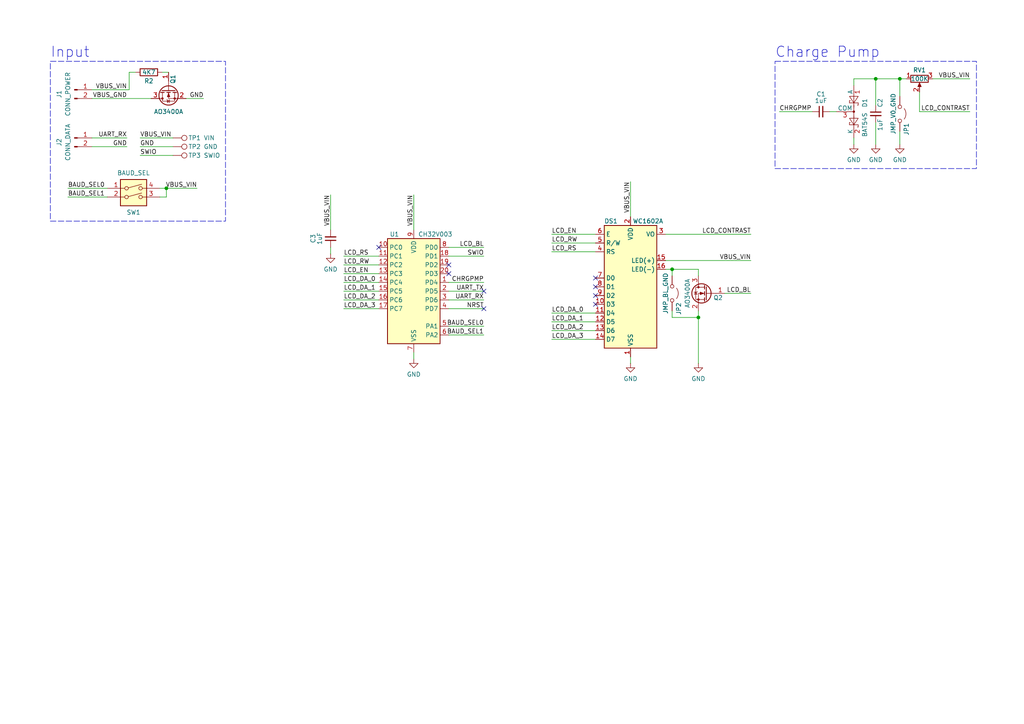
<source format=kicad_sch>
(kicad_sch (version 20231120) (generator "eeschema") (generator_version "8.0")
  (paper "A4")
  (title_block (title "003-UART-1602") (date "2024-12-16") (rev "MkI") (company "ADBeta") (comment 1 "UART Enabled, Low Voltage LCD Controller using CH32V003"))
  (lib_symbols
    (symbol "Connector:Conn_01x02_Pin" (pin_names (offset 1.016) hide)
      (property "Reference" "J" (at 0 2.54 0))
      (property "Value" "Conn_01x02_Pin" (at 0 -5.08 0))
      (symbol "Conn_01x02_Pin_1_1"
        (polyline (pts (xy 1.27 -2.54) (xy 0.8636 -2.54)) (stroke (width 0.1524)))
        (polyline (pts (xy 1.27 0) (xy 0.8636 0)) (stroke (width 0.1524)))
        (rectangle (start 0.8636 -2.413) (end 0 -2.667) (stroke (width 0.1524)) (fill (type outline)))
        (rectangle (start 0.8636 0.127) (end 0 -0.127) (stroke (width 0.1524)) (fill (type outline)))
        (pin passive line (at 5.08 0 180) (length 3.81) (name "Pin_1") (number "1"))
        (pin passive line (at 5.08 -2.54 180) (length 3.81) (name "Pin_2") (number "2"))
      )
    )
    (symbol "Connector:TestPoint" (pin_numbers hide) (pin_names (offset 0.762) hide)
      (property "Reference" "TP" (at 0 6.858 0))
      (property "Value" "TestPoint" (at 0 5.08 0))
      (symbol "TestPoint_0_1"
        (circle (center 0 3.302) (radius 0.762))
      )
      (symbol "TestPoint_1_1"
        (pin passive line (at 0 0 90) (length 2.54) (name "1") (number "1"))
      )
    )
    (symbol "Device:C_Small" (pin_numbers hide) (pin_names (offset 0.254) hide)
      (property "Reference" "C" (at 0.254 1.778 0))
      (property "Value" "C_Small" (at 0.254 -2.032 0))
      (symbol "C_Small_0_1"
        (polyline (pts (xy -1.524 -0.508) (xy 1.524 -0.508)) (stroke (width 0.3302)))
        (polyline (pts (xy -1.524 0.508) (xy 1.524 0.508)) (stroke (width 0.3048)))
      )
      (symbol "C_Small_1_1"
        (pin passive line (at 0 2.54 270) (length 2.032) (name "~") (number "1"))
        (pin passive line (at 0 -2.54 90) (length 2.032) (name "~") (number "2"))
      )
    )
    (symbol "Device:R" (pin_numbers hide) (pin_names (offset 0))
      (property "Reference" "R" (at 2.032 0 90))
      (property "Value" "R" (at 0 0 90))
      (symbol "R_0_1"
        (rectangle (start -1.016 -2.54) (end 1.016 2.54) (stroke (width 0.254)))
      )
      (symbol "R_1_1"
        (pin passive line (at 0 3.81 270) (length 1.27) (name "~") (number "1"))
        (pin passive line (at 0 -3.81 90) (length 1.27) (name "~") (number "2"))
      )
    )
    (symbol "Device:R_Potentiometer" (pin_names (offset 1.016) hide)
      (property "Reference" "RV" (at -4.445 0 90))
      (property "Value" "R_Potentiometer" (at -2.54 0 90))
      (symbol "R_Potentiometer_0_1"
        (polyline (pts (xy 2.54 0) (xy 1.524 0)))
        (polyline (pts (xy 1.143 0) (xy 2.286 0.508) (xy 2.286 -0.508) (xy 1.143 0)) (fill (type outline)))
        (rectangle (start 1.016 2.54) (end -1.016 -2.54) (stroke (width 0.254)))
      )
      (symbol "R_Potentiometer_1_1"
        (pin passive line (at 0 3.81 270) (length 1.27) (name "1") (number "1"))
        (pin passive line (at 3.81 0 180) (length 1.27) (name "2") (number "2"))
        (pin passive line (at 0 -3.81 90) (length 1.27) (name "3") (number "3"))
      )
    )
    (symbol "Diode:BAT54S" (pin_names (offset 0))
      (property "Reference" "D" (at 2.54 -5.08 0))
      (property "Value" "BAT54S" (at -6.35 3.175 0))
      (symbol "BAT54S_0_1"
        (polyline (pts (xy -3.81 0) (xy -1.27 0)))
        (polyline (pts (xy -3.175 -1.27) (xy -3.175 -1.016)))
        (polyline (pts (xy -2.54 -1.27) (xy -3.175 -1.27)))
        (polyline (pts (xy -2.54 -1.27) (xy -2.54 1.27)))
        (polyline (pts (xy -2.54 1.27) (xy -1.905 1.27)))
        (polyline (pts (xy -1.905 0) (xy 1.905 0)))
        (polyline (pts (xy -1.905 1.27) (xy -1.905 1.016)))
        (polyline (pts (xy 1.27 0) (xy 3.81 0)))
        (polyline (pts (xy 3.175 -1.27) (xy 3.175 -1.016)))
        (polyline (pts (xy 3.81 -1.27) (xy 3.175 -1.27)))
        (polyline (pts (xy 3.81 -1.27) (xy 3.81 1.27)))
        (polyline (pts (xy 3.81 1.27) (xy 4.445 1.27)))
        (polyline (pts (xy 4.445 1.27) (xy 4.445 1.016)))
        (polyline (pts (xy -4.445 1.27) (xy -4.445 -1.27) (xy -2.54 0) (xy -4.445 1.27)))
        (polyline (pts (xy 1.905 1.27) (xy 1.905 -1.27) (xy 3.81 0) (xy 1.905 1.27)))
        (circle (center 0 0) (radius 0.254) (fill (type outline)))
      )
      (symbol "BAT54S_1_1"
        (pin passive line (at -7.62 0 0) (length 3.81) (name "A") (number "1"))
        (pin passive line (at 7.62 0 180) (length 3.81) (name "K") (number "2"))
        (pin passive line (at 0 -5.08 90) (length 5.08) (name "COM") (number "3"))
      )
    )
    (symbol "Display_Character:WC1602A"
      (property "Reference" "DS" (at -5.842 19.05 0))
      (property "Value" "WC1602A" (at 5.334 19.05 0))
      (symbol "WC1602A_1_1"
        (rectangle (start -7.62 17.78) (end 7.62 -17.78) (stroke (width 0.254)) (fill (type background)))
        (pin power_in line (at 0 -20.32 90) (length 2.54) (name "VSS") (number "1"))
        (pin input line (at -10.16 -5.08 0) (length 2.54) (name "D3") (number "10"))
        (pin input line (at -10.16 -7.62 0) (length 2.54) (name "D4") (number "11"))
        (pin input line (at -10.16 -10.16 0) (length 2.54) (name "D5") (number "12"))
        (pin input line (at -10.16 -12.7 0) (length 2.54) (name "D6") (number "13"))
        (pin input line (at -10.16 -15.24 0) (length 2.54) (name "D7") (number "14"))
        (pin power_in line (at 10.16 7.62 180) (length 2.54) (name "LED(+)") (number "15"))
        (pin power_in line (at 10.16 5.08 180) (length 2.54) (name "LED(-)") (number "16"))
        (pin power_in line (at 0 20.32 270) (length 2.54) (name "VDD") (number "2"))
        (pin input line (at 10.16 15.24 180) (length 2.54) (name "VO") (number "3"))
        (pin input line (at -10.16 10.16 0) (length 2.54) (name "RS") (number "4"))
        (pin input line (at -10.16 12.7 0) (length 2.54) (name "R/W") (number "5"))
        (pin input line (at -10.16 15.24 0) (length 2.54) (name "E") (number "6"))
        (pin input line (at -10.16 2.54 0) (length 2.54) (name "D0") (number "7"))
        (pin input line (at -10.16 0 0) (length 2.54) (name "D1") (number "8"))
        (pin input line (at -10.16 -2.54 0) (length 2.54) (name "D2") (number "9"))
      )
    )
    (symbol "Jumper:Jumper_2_Open" (pin_numbers hide) (pin_names (offset 0) hide) (exclude_from_sim yes)
      (property "Reference" "JP" (at 0 2.794 0))
      (property "Value" "Jumper_2_Open" (at 0 -2.286 0))
      (symbol "Jumper_2_Open_0_0"
        (circle (center -2.032 0) (radius 0.508))
        (circle (center 2.032 0) (radius 0.508))
      )
      (symbol "Jumper_2_Open_0_1"
        (arc (start 1.524 1.27) (mid 0 1.778) (end -1.524 1.27))
      )
      (symbol "Jumper_2_Open_1_1"
        (pin passive line (at -5.08 0 0) (length 2.54) (name "A") (number "1"))
        (pin passive line (at 5.08 0 180) (length 2.54) (name "B") (number "2"))
      )
    )
    (symbol "MCU_WCH_CH32V0:CH32V003FxPx"
      (property "Reference" "U" (at -7.62 17.78 0))
      (property "Value" "CH32V003FxPx" (at 7.62 17.78 0))
      (symbol "CH32V003FxPx_1_1"
        (rectangle (start -7.62 15.24) (end 7.62 -15.24) (stroke (width 0.254)) (fill (type background)))
        (pin bidirectional line (at 10.16 2.54 180) (length 2.54) (name "PD4") (number "1"))
        (pin bidirectional line (at -10.16 12.7 0) (length 2.54) (name "PC0") (number "10"))
        (pin bidirectional line (at -10.16 10.16 0) (length 2.54) (name "PC1") (number "11"))
        (pin bidirectional line (at -10.16 7.62 0) (length 2.54) (name "PC2") (number "12"))
        (pin bidirectional line (at -10.16 5.08 0) (length 2.54) (name "PC3") (number "13"))
        (pin bidirectional line (at -10.16 2.54 0) (length 2.54) (name "PC4") (number "14"))
        (pin bidirectional line (at -10.16 0 0) (length 2.54) (name "PC5") (number "15"))
        (pin bidirectional line (at -10.16 -2.54 0) (length 2.54) (name "PC6") (number "16"))
        (pin bidirectional line (at -10.16 -5.08 0) (length 2.54) (name "PC7") (number "17"))
        (pin bidirectional line (at 10.16 10.16 180) (length 2.54) (name "PD1") (number "18"))
        (pin bidirectional line (at 10.16 7.62 180) (length 2.54) (name "PD2") (number "19"))
        (pin bidirectional line (at 10.16 0 180) (length 2.54) (name "PD5") (number "2"))
        (pin bidirectional line (at 10.16 5.08 180) (length 2.54) (name "PD3") (number "20"))
        (pin bidirectional line (at 10.16 -2.54 180) (length 2.54) (name "PD6") (number "3"))
        (pin bidirectional line (at 10.16 -5.08 180) (length 2.54) (name "PD7") (number "4"))
        (pin bidirectional line (at 10.16 -10.16 180) (length 2.54) (name "PA1") (number "5"))
        (pin bidirectional line (at 10.16 -12.7 180) (length 2.54) (name "PA2") (number "6"))
        (pin power_in line (at 0 -17.78 90) (length 2.54) (name "VSS") (number "7"))
        (pin bidirectional line (at 10.16 12.7 180) (length 2.54) (name "PD0") (number "8"))
        (pin power_in line (at 0 17.78 270) (length 2.54) (name "VDD") (number "9"))
      )
    )
    (symbol "Switch:SW_DIP_x02" (pin_names (offset 0) hide)
      (property "Reference" "SW" (at 0 6.35 0))
      (property "Value" "SW_DIP_x02" (at 0 -3.81 0))
      (symbol "SW_DIP_x02_0_0"
        (circle (center -2.032 0) (radius 0.508))
        (circle (center -2.032 2.54) (radius 0.508))
        (polyline (pts (xy -1.524 0.127) (xy 2.3622 1.1684)))
        (polyline (pts (xy -1.524 2.667) (xy 2.3622 3.7084)))
        (circle (center 2.032 0) (radius 0.508))
        (circle (center 2.032 2.54) (radius 0.508))
      )
      (symbol "SW_DIP_x02_0_1"
        (rectangle (start -3.81 5.08) (end 3.81 -2.54) (stroke (width 0.254)) (fill (type background)))
      )
      (symbol "SW_DIP_x02_1_1"
        (pin passive line (at -7.62 2.54 0) (length 5.08) (name "~") (number "1"))
        (pin passive line (at -7.62 0 0) (length 5.08) (name "~") (number "2"))
        (pin passive line (at 7.62 0 180) (length 5.08) (name "~") (number "3"))
        (pin passive line (at 7.62 2.54 180) (length 5.08) (name "~") (number "4"))
      )
    )
    (symbol "Transistor_FET:AO3400A" (pin_names hide)
      (property "Reference" "Q" (at 5.08 1.905 0))
      (property "Value" "AO3400A" (at 5.08 0 0))
      (symbol "AO3400A_0_1"
        (polyline (pts (xy 0.254 0) (xy -2.54 0)))
        (polyline (pts (xy 0.254 1.905) (xy 0.254 -1.905)) (stroke (width 0.254)))
        (polyline (pts (xy 0.762 -1.27) (xy 0.762 -2.286)) (stroke (width 0.254)))
        (polyline (pts (xy 0.762 0.508) (xy 0.762 -0.508)) (stroke (width 0.254)))
        (polyline (pts (xy 0.762 2.286) (xy 0.762 1.27)) (stroke (width 0.254)))
        (polyline (pts (xy 2.54 2.54) (xy 2.54 1.778)))
        (polyline (pts (xy 2.54 -2.54) (xy 2.54 0) (xy 0.762 0)))
        (polyline (pts (xy 0.762 -1.778) (xy 3.302 -1.778) (xy 3.302 1.778) (xy 0.762 1.778)))
        (polyline (pts (xy 1.016 0) (xy 2.032 0.381) (xy 2.032 -0.381) (xy 1.016 0)) (fill (type outline)))
        (polyline (pts (xy 2.794 0.508) (xy 2.921 0.381) (xy 3.683 0.381) (xy 3.81 0.254)))
        (polyline (pts (xy 3.302 0.381) (xy 2.921 -0.254) (xy 3.683 -0.254) (xy 3.302 0.381)))
        (circle (center 1.651 0) (radius 2.794) (stroke (width 0.254)))
        (circle (center 2.54 -1.778) (radius 0.254) (fill (type outline)))
        (circle (center 2.54 1.778) (radius 0.254) (fill (type outline)))
      )
      (symbol "AO3400A_1_1"
        (pin input line (at -5.08 0 0) (length 2.54) (name "G") (number "1"))
        (pin passive line (at 2.54 -5.08 90) (length 2.54) (name "S") (number "2"))
        (pin passive line (at 2.54 5.08 270) (length 2.54) (name "D") (number "3"))
      )
    )
    (symbol "power:GND" (power) (pin_numbers hide) (pin_names (offset 0) hide)
      (property "Value" "GND" (at 0 -3.81 0))
      (symbol "GND_0_1"
        (polyline (pts (xy 0 0) (xy 0 -1.27) (xy 1.27 -1.27) (xy 0 -2.54) (xy -1.27 -1.27) (xy 0 -1.27)))
      )
      (symbol "GND_1_1"
        (pin power_in line (at 0 0 270) (length 0) (name "~") (number "1"))
      )
    )
  )
  (junction (at 254 22.86))
  (junction (at 260.985 22.86))
  (junction (at 194.945 78.105))
  (junction (at 48.26 54.61))
  (junction (at 202.565 92.075))
  (no_connect (at 140.335 89.535))
  (no_connect (at 130.175 76.835))
  (no_connect (at 140.335 84.455))
  (no_connect (at 172.72 88.265))
  (no_connect (at 172.72 80.645))
  (no_connect (at 172.72 85.725))
  (no_connect (at 109.855 71.755))
  (no_connect (at 172.72 83.185))
  (no_connect (at 130.175 79.375))
  (wire (pts (xy 254 22.86) (xy 254 30.48)))
  (wire (pts (xy 37.465 20.955) (xy 39.37 20.955)))
  (wire (pts (xy 194.945 78.105) (xy 194.945 80.01)))
  (wire (pts (xy 120.015 102.235) (xy 120.015 104.14)))
  (wire (pts (xy 266.7 32.385) (xy 281.305 32.385)))
  (wire (pts (xy 48.26 54.61) (xy 57.15 54.61)))
  (wire (pts (xy 53.975 28.575) (xy 59.055 28.575)))
  (wire (pts (xy 46.355 57.15) (xy 48.26 57.15)))
  (wire (pts (xy 130.175 81.915) (xy 140.335 81.915)))
  (wire (pts (xy 130.175 71.755) (xy 140.335 71.755)))
  (wire (pts (xy 99.695 76.835) (xy 109.855 76.835)))
  (wire (pts (xy 26.67 42.545) (xy 36.83 42.545)))
  (wire (pts (xy 99.695 86.995) (xy 109.855 86.995)))
  (wire (pts (xy 194.945 92.075) (xy 202.565 92.075)))
  (wire (pts (xy 130.175 89.535) (xy 140.335 89.535)))
  (wire (pts (xy 226.06 32.385) (xy 235.585 32.385)))
  (wire (pts (xy 260.985 22.86) (xy 260.985 27.94)))
  (wire (pts (xy 48.26 54.61) (xy 48.26 57.15)))
  (wire (pts (xy 160.02 95.885) (xy 172.72 95.885)))
  (wire (pts (xy 266.7 26.67) (xy 266.7 32.385)))
  (wire (pts (xy 210.185 85.09) (xy 217.805 85.09)))
  (wire (pts (xy 160.02 90.805) (xy 172.72 90.805)))
  (wire (pts (xy 194.945 78.105) (xy 193.04 78.105)))
  (wire (pts (xy 40.64 40.005) (xy 50.165 40.005)))
  (wire (pts (xy 130.175 97.155) (xy 140.335 97.155)))
  (wire (pts (xy 99.695 89.535) (xy 109.855 89.535)))
  (wire (pts (xy 202.565 92.075) (xy 202.565 105.41)))
  (wire (pts (xy 99.695 79.375) (xy 109.855 79.375)))
  (wire (pts (xy 46.355 54.61) (xy 48.26 54.61)))
  (wire (pts (xy 19.685 57.15) (xy 31.115 57.15)))
  (wire (pts (xy 46.99 20.955) (xy 48.895 20.955)))
  (wire (pts (xy 247.65 40.005) (xy 247.65 41.91)))
  (wire (pts (xy 99.695 81.915) (xy 109.855 81.915)))
  (wire (pts (xy 160.02 93.345) (xy 172.72 93.345)))
  (wire (pts (xy 160.02 73.025) (xy 172.72 73.025)))
  (wire (pts (xy 120.015 56.515) (xy 120.015 66.675)))
  (wire (pts (xy 202.565 90.17) (xy 202.565 92.075)))
  (wire (pts (xy 202.565 78.105) (xy 202.565 80.01)))
  (wire (pts (xy 130.175 84.455) (xy 140.335 84.455)))
  (wire (pts (xy 260.985 22.86) (xy 262.89 22.86)))
  (wire (pts (xy 281.305 22.86) (xy 270.51 22.86)))
  (wire (pts (xy 182.88 52.705) (xy 182.88 62.865)))
  (wire (pts (xy 182.88 103.505) (xy 182.88 105.41)))
  (wire (pts (xy 194.945 90.17) (xy 194.945 92.075)))
  (wire (pts (xy 194.945 78.105) (xy 202.565 78.105)))
  (wire (pts (xy 193.04 67.945) (xy 217.805 67.945)))
  (wire (pts (xy 26.67 40.005) (xy 36.83 40.005)))
  (wire (pts (xy 99.695 84.455) (xy 109.855 84.455)))
  (wire (pts (xy 37.465 20.955) (xy 37.465 26.035)))
  (wire (pts (xy 40.64 45.085) (xy 50.165 45.085)))
  (wire (pts (xy 19.685 54.61) (xy 31.115 54.61)))
  (wire (pts (xy 160.02 70.485) (xy 172.72 70.485)))
  (wire (pts (xy 193.04 75.565) (xy 217.805 75.565)))
  (wire (pts (xy 26.67 26.035) (xy 37.465 26.035)))
  (wire (pts (xy 99.695 74.295) (xy 109.855 74.295)))
  (wire (pts (xy 95.885 56.515) (xy 95.885 66.675)))
  (wire (pts (xy 95.885 71.755) (xy 95.885 73.66)))
  (wire (pts (xy 254 22.86) (xy 260.985 22.86)))
  (wire (pts (xy 130.175 74.295) (xy 140.335 74.295)))
  (wire (pts (xy 40.64 42.545) (xy 50.165 42.545)))
  (wire (pts (xy 247.65 22.86) (xy 254 22.86)))
  (wire (pts (xy 240.665 32.385) (xy 242.57 32.385)))
  (wire (pts (xy 160.02 98.425) (xy 172.72 98.425)))
  (wire (pts (xy 160.02 67.945) (xy 172.72 67.945)))
  (wire (pts (xy 130.175 86.995) (xy 140.335 86.995)))
  (wire (pts (xy 26.67 28.575) (xy 43.815 28.575)))
  (wire (pts (xy 260.985 38.1) (xy 260.985 41.91)))
  (wire (pts (xy 254 35.56) (xy 254 41.91)))
  (wire (pts (xy 130.175 94.615) (xy 140.335 94.615)))
  (wire (pts (xy 247.65 22.86) (xy 247.65 24.765)))
  (rectangle (start 14.605 17.78) (end 65.405 64.135) (stroke (width 0) (type dash)))
  (rectangle (start 224.79 17.78) (end 283.21 48.895) (stroke (width 0) (type dash)))
  (text "Charge Pump" (at 224.79 15.24 0) (effects (font (size 3 3)) (justify left)))
  (text "Input" (at 14.605 15.24 0) (effects (font (size 3 3)) (justify left)))
  (label "LCD_DA_3" (at 99.695 89.535 0))
  (label "VBUS_VIN" (at 182.88 52.705 270))
  (label "SWIO" (at 40.64 45.085 0))
  (label "LCD_EN" (at 99.695 79.375 0))
  (label "VBUS_VIN" (at 57.15 54.61 180))
  (label "VBUS_VIN" (at 281.305 22.86 180))
  (label "VBUS_GND" (at 36.83 28.575 180))
  (label "VBUS_VIN" (at 217.805 75.565 180))
  (label "LCD_RS" (at 99.695 74.295 0))
  (label "BAUD_SEL1" (at 140.335 97.155 180))
  (label "LCD_DA_1" (at 99.695 84.455 0))
  (label "BAUD_SEL0" (at 19.685 54.61 0))
  (label "LCD_EN" (at 160.02 67.945 0))
  (label "NRST" (at 140.335 89.535 180))
  (label "LCD_DA_0" (at 99.695 81.915 0))
  (label "UART_RX" (at 140.335 86.995 180))
  (label "VBUS_VIN" (at 120.015 56.515 270))
  (label "VBUS_VIN" (at 40.64 40.005 0))
  (label "LCD_CONTRAST" (at 281.305 32.385 180))
  (label "UART_TX" (at 140.335 84.455 180))
  (label "LCD_BL" (at 217.805 85.09 180))
  (label "LCD_DA_0" (at 160.02 90.805 0))
  (label "GND" (at 36.83 42.545 180))
  (label "LCD_DA_3" (at 160.02 98.425 0))
  (label "LCD_DA_2" (at 99.695 86.995 0))
  (label "LCD_RS" (at 160.02 73.025 0))
  (label "VBUS_VIN" (at 95.885 56.515 270))
  (label "GND" (at 59.055 28.575 180))
  (label "LCD_CONTRAST" (at 217.805 67.945 180))
  (label "LCD_BL" (at 140.335 71.755 180))
  (label "LCD_DA_2" (at 160.02 95.885 0))
  (label "SWIO" (at 140.335 74.295 180))
  (label "UART_RX" (at 36.83 40.005 180))
  (label "BAUD_SEL1" (at 19.685 57.15 0))
  (label "VBUS_VIN" (at 36.83 26.035 180))
  (label "GND" (at 40.64 42.545 0))
  (label "BAUD_SEL0" (at 140.335 94.615 180))
  (label "LCD_DA_1" (at 160.02 93.345 0))
  (label "CHRGPMP" (at 226.06 32.385 0))
  (label "LCD_RW" (at 99.695 76.835 0))
  (label "LCD_RW" (at 160.02 70.485 0))
  (label "CHRGPMP" (at 140.335 81.915 180))
  (symbol (lib_id "MCU_WCH_CH32V0:CH32V003FxPx") (at 120.015 84.455 0) (unit 1)
    (property "Reference" "U1" (at 113.03 67.945 0) (effects (justify left)))
    (property "Value" "CH32V003" (at 121.285 67.945 0) (effects (justify left)))
    (property "Footprint" "Package_SO:TSSOP-20_4.4x6.5mm_P0.65mm" (effects (hide yes)))
    (property "Datasheet" "https://www.wch-ic.com/products/CH32V003.html" (effects (hide yes)))
    (property "Description" "CH32V003 series are industrial-grade general-purpose microcontrollers designed based on 32-bit RISC-V instruction set and architecture. It adopts QingKe V2A core, RV32EC instruction set, and supports 2 levels of interrupt nesting. The series are mounted with rich peripheral interfaces and function modules. Its internal organizational structure meets the low-cost and low-power embedded application scenarios." (effects (hide yes)))
  )
  (symbol (lib_id "Connector:TestPoint") (at 50.165 45.085 270) (unit 1)
    (property "Reference" "TP3" (at 54.61 45.085 90) (effects (justify left)))
    (property "Value" "SWIO" (at 59.055 45.085 90) (effects (justify left)))
    (property "Footprint" "TestPoint:TestPoint_Pad_D1.0mm" (effects (hide yes)))
    (property "Description" "test point" (effects (hide yes)))
  )
  (symbol (lib_id "power:GND") (at 254 41.91 0) (unit 1)
    (property "Reference" "#PWR07" (effects (hide yes)))
    (property "Value" "GND" (at 254 46.355 0))
    (property "Description" "Power symbol creates a global label with name \"GND\" , ground" (effects (hide yes)))
  )
  (symbol (lib_id "power:GND") (at 182.88 105.41 0) (unit 1)
    (property "Reference" "#PWR01" (effects (hide yes)))
    (property "Value" "GND" (at 182.88 109.855 0))
    (property "Description" "Power symbol creates a global label with name \"GND\" , ground" (effects (hide yes)))
  )
  (symbol (lib_id "Jumper:Jumper_2_Open") (at 260.985 33.02 270) (mirror x) (unit 1) (exclude_from_sim yes)
    (property "Reference" "JP1" (at 262.89 37.465 0))
    (property "Value" "JMP_V0_GND" (at 259.08 33.02 0))
    (property "Footprint" "Jumper:SolderJumper-2_P1.3mm_Open_RoundedPad1.0x1.5mm" (effects (hide yes)))
    (property "Description" "Jumper, 2-pole, open" (effects (hide yes)))
  )
  (symbol (lib_id "power:GND") (at 247.65 41.91 0) (unit 1)
    (property "Reference" "#PWR06" (effects (hide yes)))
    (property "Value" "GND" (at 247.65 46.355 0))
    (property "Description" "Power symbol creates a global label with name \"GND\" , ground" (effects (hide yes)))
  )
  (symbol (lib_id "Connector:TestPoint") (at 50.165 42.545 270) (unit 1)
    (property "Reference" "TP2" (at 54.61 42.545 90) (effects (justify left)))
    (property "Value" "GND" (at 59.055 42.545 90) (effects (justify left)))
    (property "Footprint" "TestPoint:TestPoint_Pad_D1.0mm" (effects (hide yes)))
    (property "Description" "test point" (effects (hide yes)))
  )
  (symbol (lib_id "Device:C_Small") (at 95.885 69.215 180) (unit 1)
    (property "Reference" "C3" (at 90.805 69.215 90))
    (property "Value" "1uF" (at 92.71 69.215 90))
    (property "Footprint" "Capacitor_SMD:C_0805_2012Metric" (effects (hide yes)))
    (property "Description" "Unpolarized capacitor, small symbol" (effects (hide yes)))
  )
  (symbol (lib_id "Transistor_FET:AO3400A") (at 205.105 85.09 0) (mirror y) (unit 1)
    (property "Reference" "Q2" (at 208.28 86.36 0))
    (property "Value" "AO3400A" (at 199.39 85.09 90))
    (property "Footprint" "Package_TO_SOT_SMD:SOT-23" (effects (hide yes)))
    (property "Datasheet" "http://www.aosmd.com/pdfs/datasheet/AO3400A.pdf" (effects (hide yes)))
    (property "Description" "30V Vds, 5.7A Id, N-Channel MOSFET, SOT-23" (effects (hide yes)))
  )
  (symbol (lib_id "power:GND") (at 260.985 41.91 0) (unit 1)
    (property "Reference" "#PWR05" (effects (hide yes)))
    (property "Value" "GND" (at 260.985 46.355 0))
    (property "Description" "Power symbol creates a global label with name \"GND\" , ground" (effects (hide yes)))
  )
  (symbol (lib_id "Jumper:Jumper_2_Open") (at 194.945 85.09 270) (mirror x) (unit 1) (exclude_from_sim yes)
    (property "Reference" "JP2" (at 196.85 89.535 0))
    (property "Value" "JMP_BL_GND" (at 193.04 85.09 0))
    (property "Footprint" "Jumper:SolderJumper-2_P1.3mm_Open_RoundedPad1.0x1.5mm" (effects (hide yes)))
    (property "Description" "Jumper, 2-pole, open" (effects (hide yes)))
  )
  (symbol (lib_id "Transistor_FET:AO3400A") (at 48.895 26.035 90) (mirror x) (unit 1)
    (property "Reference" "Q1" (at 50.165 21.59 0) (effects (justify left)))
    (property "Value" "AO3400A" (at 48.895 32.385 90))
    (property "Footprint" "Package_TO_SOT_SMD:SOT-23" (effects (hide yes)))
    (property "Datasheet" "http://www.aosmd.com/pdfs/datasheet/AO3400A.pdf" (effects (hide yes)))
    (property "Description" "30V Vds, 5.7A Id, N-Channel MOSFET, SOT-23" (effects (hide yes)))
  )
  (symbol (lib_id "Connector:Conn_01x02_Pin") (at 21.59 40.005 0) (unit 1)
    (property "Reference" "J2" (at 17.145 41.275 90))
    (property "Value" "CONN_DATA" (at 19.685 41.275 90))
    (property "Footprint" "Connector_PinHeader_2.54mm:PinHeader_1x02_P2.54mm_Vertical" (effects (hide yes)))
    (property "Description" "Generic connector, single row, 01x02, script generated" (effects (hide yes)))
  )
  (symbol (lib_id "Connector:Conn_01x02_Pin") (at 21.59 26.035 0) (unit 1)
    (property "Reference" "J1" (at 17.145 27.305 90))
    (property "Value" "CONN_POWER" (at 19.685 27.305 90))
    (property "Footprint" "Connector_PinHeader_2.54mm:PinHeader_1x02_P2.54mm_Vertical" (effects (hide yes)))
    (property "Description" "Generic connector, single row, 01x02, script generated" (effects (hide yes)))
  )
  (symbol (lib_id "Switch:SW_DIP_x02") (at 38.735 57.15 0) (unit 1)
    (property "Reference" "SW1" (at 38.735 61.595 0))
    (property "Value" "BAUD_SEL" (at 38.735 50.165 0))
    (property "Footprint" "Button_Switch_SMD:SW_DIP_SPSTx02_Slide_Copal_CHS-02B_W7.62mm_P1.27mm" (effects (hide yes)))
    (property "Description" "2x DIP Switch, Single Pole Single Throw (SPST) switch, small symbol" (effects (hide yes)))
  )
  (symbol (lib_id "Diode:BAT54S") (at 247.65 32.385 270) (unit 1)
    (property "Reference" "D1" (at 250.825 29.845 0))
    (property "Value" "BAT54S" (at 250.825 36.195 0))
    (property "Footprint" "Package_TO_SOT_SMD:SOT-23" (effects (hide yes)))
    (property "Datasheet" "https://www.diodes.com/assets/Datasheets/ds11005.pdf" (effects (hide yes)))
    (property "Description" "Vr 30V, If 200mA, Dual schottky barrier diode, in series, SOT-323" (effects (hide yes)))
  )
  (symbol (lib_id "Connector:TestPoint") (at 50.165 40.005 270) (unit 1)
    (property "Reference" "TP1" (at 54.61 40.005 90) (effects (justify left)))
    (property "Value" "VIN" (at 59.055 40.005 90) (effects (justify left)))
    (property "Footprint" "TestPoint:TestPoint_Pad_D1.0mm" (effects (hide yes)))
    (property "Description" "test point" (effects (hide yes)))
  )
  (symbol (lib_id "Device:R_Potentiometer") (at 266.7 22.86 90) (mirror x) (unit 1)
    (property "Reference" "RV1" (at 266.7 20.32 90))
    (property "Value" "100K" (at 266.7 22.86 90))
    (property "Footprint" "Potentiometer_THT:Potentiometer_Bourns_3339P_Vertical" (effects (hide yes)))
    (property "Description" "Potentiometer" (effects (hide yes)))
  )
  (symbol (lib_id "power:GND") (at 202.565 105.41 0) (unit 1)
    (property "Reference" "#PWR03" (effects (hide yes)))
    (property "Value" "GND" (at 202.565 109.855 0))
    (property "Description" "Power symbol creates a global label with name \"GND\" , ground" (effects (hide yes)))
  )
  (symbol (lib_id "Display_Character:WC1602A") (at 182.88 83.185 0) (unit 1)
    (property "Reference" "DS1" (at 175.26 64.135 0) (effects (justify left)))
    (property "Value" "WC1602A" (at 183.515 64.135 0) (effects (justify left)))
    (property "Footprint" "Connector_PinHeader_2.54mm:PinHeader_1x16_P2.54mm_Vertical" (effects (hide yes)))
    (property "Datasheet" "http://www.wincomlcd.com/pdf/WC1602A-SFYLYHTC06.pdf" (effects (hide yes)))
    (property "Description" "LCD 16x2 Alphanumeric , 8 bit parallel bus, 5V VDD" (effects (hide yes)))
  )
  (symbol (lib_id "Device:C_Small") (at 238.125 32.385 90) (unit 1)
    (property "Reference" "C1" (at 238.125 27.305 90))
    (property "Value" "1uF" (at 238.125 29.21 90))
    (property "Footprint" "Capacitor_SMD:C_0805_2012Metric" (effects (hide yes)))
    (property "Description" "Unpolarized capacitor, small symbol" (effects (hide yes)))
  )
  (symbol (lib_id "power:GND") (at 120.015 104.14 0) (unit 1)
    (property "Reference" "#PWR02" (effects (hide yes)))
    (property "Value" "GND" (at 120.015 108.585 0))
    (property "Description" "Power symbol creates a global label with name \"GND\" , ground" (effects (hide yes)))
  )
  (symbol (lib_id "Device:R") (at 43.18 20.955 90) (unit 1)
    (property "Reference" "R2" (at 43.18 23.495 90))
    (property "Value" "4K7" (at 43.18 20.955 90))
    (property "Footprint" "Resistor_SMD:R_0805_2012Metric" (effects (hide yes)))
    (property "Description" "Resistor" (effects (hide yes)))
  )
  (symbol (lib_id "Device:C_Small") (at 254 33.02 0) (unit 1)
    (property "Reference" "C2" (at 255.27 29.845 90))
    (property "Value" "1uF" (at 255.27 36.195 90))
    (property "Footprint" "Capacitor_SMD:C_0805_2012Metric" (effects (hide yes)))
    (property "Description" "Unpolarized capacitor, small symbol" (effects (hide yes)))
  )
  (symbol (lib_id "power:GND") (at 95.885 73.66 0) (unit 1)
    (property "Reference" "#PWR08" (effects (hide yes)))
    (property "Value" "GND" (at 95.885 78.105 0))
    (property "Description" "Power symbol creates a global label with name \"GND\" , ground" (effects (hide yes)))
  )
)
</source>
